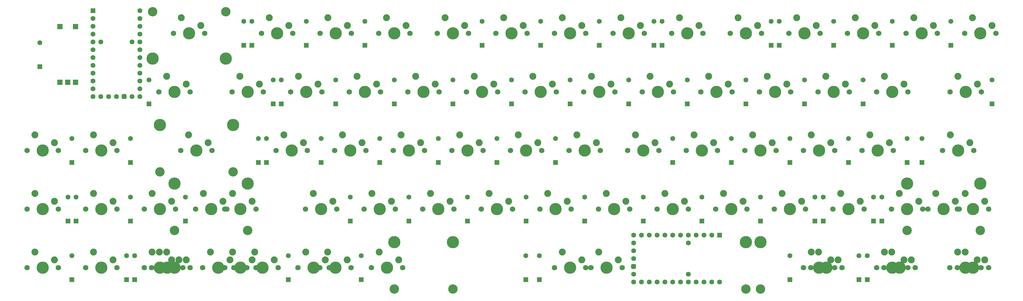
<source format=gbr>
%TF.GenerationSoftware,KiCad,Pcbnew,5.99.0+really5.1.10+dfsg1-1*%
%TF.CreationDate,2021-06-30T17:07:38-04:00*%
%TF.ProjectId,Pikatea Keyboard Teensy2,50696b61-7465-4612-904b-6579626f6172,rev?*%
%TF.SameCoordinates,Original*%
%TF.FileFunction,Soldermask,Top*%
%TF.FilePolarity,Negative*%
%FSLAX46Y46*%
G04 Gerber Fmt 4.6, Leading zero omitted, Abs format (unit mm)*
G04 Created by KiCad (PCBNEW 5.99.0+really5.1.10+dfsg1-1) date 2021-06-30 17:07:38*
%MOMM*%
%LPD*%
G01*
G04 APERTURE LIST*
%ADD10C,2.250000*%
%ADD11C,3.987800*%
%ADD12C,1.750000*%
%ADD13C,3.048000*%
%ADD14C,1.600000*%
%ADD15R,1.600000X1.600000*%
%ADD16R,1.700000X1.700000*%
G04 APERTURE END LIST*
D10*
%TO.C,MX_RSHFT1*%
X18891250Y-125870000D03*
D11*
X21431250Y-130950000D03*
D10*
X25241250Y-128410000D03*
D12*
X26511250Y-130950000D03*
X16351250Y-130950000D03*
D13*
X33337500Y-137935000D03*
X9525000Y-137935000D03*
D11*
X33337500Y-122695000D03*
X9525000Y-122695000D03*
%TD*%
D12*
%TO.C,MX_0*%
X75882500Y-73800000D03*
X86042500Y-73800000D03*
D10*
X84772500Y-71260000D03*
D11*
X80962500Y-73800000D03*
D10*
X78422500Y-68720000D03*
%TD*%
%TO.C,MX_RSHFT2*%
X28416250Y-125870000D03*
D11*
X30956250Y-130950000D03*
D10*
X34766250Y-128410000D03*
D12*
X36036250Y-130950000D03*
X25876250Y-130950000D03*
%TD*%
D10*
%TO.C,MX_ENTER1*%
X14128750Y-106820000D03*
D11*
X16668750Y-111900000D03*
D10*
X20478750Y-109360000D03*
D12*
X21748750Y-111900000D03*
X11588750Y-111900000D03*
D13*
X28575000Y-118885000D03*
X4762500Y-118885000D03*
D11*
X28575000Y-103645000D03*
X4762500Y-103645000D03*
%TD*%
D14*
%TO.C,D70*%
X13081000Y-127037000D03*
D15*
X13081000Y-134837000D03*
%TD*%
D14*
%TO.C,D69*%
X-34226500Y-76872000D03*
D15*
X-34226500Y-84672000D03*
%TD*%
D14*
%TO.C,D68*%
X32004000Y-69887000D03*
D15*
X32004000Y-77687000D03*
%TD*%
D14*
%TO.C,D67*%
X34671000Y-69887000D03*
D15*
X34671000Y-77687000D03*
%TD*%
D14*
%TO.C,D66*%
X52387500Y-69887000D03*
D15*
X52387500Y-77687000D03*
%TD*%
D14*
%TO.C,D65*%
X71437500Y-69887000D03*
D15*
X71437500Y-77687000D03*
%TD*%
D14*
%TO.C,D64*%
X109537500Y-69887000D03*
D15*
X109537500Y-77687000D03*
%TD*%
D14*
%TO.C,D63*%
X128587500Y-69887000D03*
D15*
X128587500Y-77687000D03*
%TD*%
D14*
%TO.C,D62*%
X147637500Y-69887000D03*
D15*
X147637500Y-77687000D03*
%TD*%
D14*
%TO.C,D61*%
X165354000Y-69887000D03*
D15*
X165354000Y-77687000D03*
%TD*%
D14*
%TO.C,D60*%
X168021000Y-69887000D03*
D15*
X168021000Y-77687000D03*
%TD*%
D14*
%TO.C,D59*%
X203454000Y-69887000D03*
D15*
X203454000Y-77687000D03*
%TD*%
D14*
%TO.C,D58*%
X206121000Y-69887000D03*
D15*
X206121000Y-77687000D03*
%TD*%
D14*
%TO.C,D57*%
X223837500Y-69887000D03*
D15*
X223837500Y-77687000D03*
%TD*%
D14*
%TO.C,D56*%
X242887500Y-69887000D03*
D15*
X242887500Y-77687000D03*
%TD*%
D14*
%TO.C,D54*%
X-25146000Y-127037000D03*
D15*
X-25146000Y-134837000D03*
%TD*%
D14*
%TO.C,D53*%
X-23812500Y-107987000D03*
D15*
X-23812500Y-115787000D03*
%TD*%
D14*
%TO.C,D52*%
X-23812500Y-146087000D03*
D15*
X-23812500Y-153887000D03*
%TD*%
D14*
%TO.C,D51*%
X-22479000Y-127037000D03*
D15*
X-22479000Y-134837000D03*
%TD*%
D14*
%TO.C,D50*%
X-4762500Y-107987000D03*
D15*
X-4762500Y-115787000D03*
%TD*%
D14*
%TO.C,D49*%
X-6096000Y-146087000D03*
D15*
X-6096000Y-153887000D03*
%TD*%
D14*
%TO.C,D48*%
X-4762500Y-127037000D03*
D15*
X-4762500Y-134837000D03*
%TD*%
D14*
%TO.C,D47*%
X1206500Y-88937000D03*
D15*
X1206500Y-96737000D03*
%TD*%
D14*
%TO.C,D46*%
X-3429000Y-146087000D03*
D15*
X-3429000Y-153887000D03*
%TD*%
D14*
%TO.C,D45*%
X36766500Y-107987000D03*
D15*
X36766500Y-115787000D03*
%TD*%
D14*
%TO.C,D44*%
X41592500Y-88937000D03*
D15*
X41592500Y-96737000D03*
%TD*%
D14*
%TO.C,D43*%
X46482000Y-146087000D03*
D15*
X46482000Y-153887000D03*
%TD*%
D14*
%TO.C,D42*%
X39433500Y-107987000D03*
D15*
X39433500Y-115787000D03*
%TD*%
D14*
%TO.C,D41*%
X44196000Y-88937000D03*
D15*
X44196000Y-96737000D03*
%TD*%
D14*
%TO.C,D40*%
X70231000Y-146087000D03*
D15*
X70231000Y-153887000D03*
%TD*%
D14*
%TO.C,D39*%
X66675000Y-127037000D03*
D15*
X66675000Y-134837000D03*
%TD*%
D14*
%TO.C,D38*%
X57150000Y-107987000D03*
D15*
X57150000Y-115787000D03*
%TD*%
D14*
%TO.C,D37*%
X61912500Y-88937000D03*
D15*
X61912500Y-96737000D03*
%TD*%
D14*
%TO.C,D36*%
X123761500Y-146087000D03*
D15*
X123761500Y-153887000D03*
%TD*%
D14*
%TO.C,D35*%
X85725000Y-127037000D03*
D15*
X85725000Y-134837000D03*
%TD*%
D14*
%TO.C,D34*%
X76200000Y-107987000D03*
D15*
X76200000Y-115787000D03*
%TD*%
D14*
%TO.C,D33*%
X80962500Y-88937000D03*
D15*
X80962500Y-96737000D03*
%TD*%
D14*
%TO.C,D32*%
X104775000Y-127037000D03*
D15*
X104775000Y-134837000D03*
%TD*%
D14*
%TO.C,D31*%
X95250000Y-107987000D03*
D15*
X95250000Y-115787000D03*
%TD*%
D14*
%TO.C,D30*%
X100012500Y-88937000D03*
D15*
X100012500Y-96737000D03*
%TD*%
D14*
%TO.C,D29*%
X123825000Y-127037000D03*
D15*
X123825000Y-134837000D03*
%TD*%
D14*
%TO.C,D28*%
X114300000Y-107987000D03*
D15*
X114300000Y-115787000D03*
%TD*%
D14*
%TO.C,D27*%
X119062500Y-88937000D03*
D15*
X119062500Y-96737000D03*
%TD*%
D14*
%TO.C,D26*%
X142875000Y-127037000D03*
D15*
X142875000Y-134837000D03*
%TD*%
D14*
%TO.C,D25*%
X133350000Y-107987000D03*
D15*
X133350000Y-115787000D03*
%TD*%
D14*
%TO.C,D24*%
X128143000Y-146087000D03*
D15*
X128143000Y-153887000D03*
%TD*%
D14*
%TO.C,D23*%
X138112500Y-88937000D03*
D15*
X138112500Y-96737000D03*
%TD*%
D14*
%TO.C,D22*%
X161925000Y-127037000D03*
D15*
X161925000Y-134837000D03*
%TD*%
D14*
%TO.C,D21*%
X171450000Y-107987000D03*
D15*
X171450000Y-115787000D03*
%TD*%
D14*
%TO.C,D20*%
X157162500Y-88937000D03*
D15*
X157162500Y-96737000D03*
%TD*%
D14*
%TO.C,D19*%
X180975000Y-127037000D03*
D15*
X180975000Y-134837000D03*
%TD*%
D14*
%TO.C,D18*%
X190500000Y-107987000D03*
D15*
X190500000Y-115787000D03*
%TD*%
D14*
%TO.C,D17*%
X176212500Y-88937000D03*
D15*
X176212500Y-96737000D03*
%TD*%
D14*
%TO.C,D16*%
X200025000Y-127037000D03*
D15*
X200025000Y-134837000D03*
%TD*%
D14*
%TO.C,D15*%
X209550000Y-107987000D03*
D15*
X209550000Y-115787000D03*
%TD*%
D14*
%TO.C,D14*%
X195262500Y-88937000D03*
D15*
X195262500Y-96737000D03*
%TD*%
D14*
%TO.C,D13*%
X217741500Y-127037000D03*
D15*
X217741500Y-134837000D03*
%TD*%
D14*
%TO.C,D12*%
X228600000Y-107987000D03*
D15*
X228600000Y-115787000D03*
%TD*%
D14*
%TO.C,D11*%
X214312500Y-88937000D03*
D15*
X214312500Y-96737000D03*
%TD*%
D14*
%TO.C,D10*%
X220408500Y-127037000D03*
D15*
X220408500Y-134837000D03*
%TD*%
D14*
%TO.C,D9*%
X209550000Y-146087000D03*
D15*
X209550000Y-153887000D03*
%TD*%
D14*
%TO.C,D8*%
X247650000Y-107987000D03*
D15*
X247650000Y-115787000D03*
%TD*%
D14*
%TO.C,D7*%
X233362500Y-88937000D03*
D15*
X233362500Y-96737000D03*
%TD*%
D14*
%TO.C,D6*%
X236791500Y-127037000D03*
D15*
X236791500Y-134837000D03*
%TD*%
D14*
%TO.C,D5*%
X232029000Y-146087000D03*
D15*
X232029000Y-153887000D03*
%TD*%
D14*
%TO.C,D4*%
X239458500Y-127037000D03*
D15*
X239458500Y-134837000D03*
%TD*%
D14*
%TO.C,D3*%
X252476000Y-107987000D03*
D15*
X252476000Y-115787000D03*
%TD*%
D14*
%TO.C,D2*%
X275272500Y-88937000D03*
D15*
X275272500Y-96737000D03*
%TD*%
D14*
%TO.C,D1*%
X234696000Y-146087000D03*
D15*
X234696000Y-153887000D03*
%TD*%
D14*
%TO.C,D55*%
X261937500Y-69887000D03*
D15*
X261937500Y-77687000D03*
%TD*%
D10*
%TO.C,MX_LSHFT2*%
X266522500Y-125870000D03*
D11*
X269062500Y-130950000D03*
D10*
X272872500Y-128410000D03*
D12*
X274142500Y-130950000D03*
X263982500Y-130950000D03*
%TD*%
D10*
%TO.C,MX_LSHFT1*%
X257016250Y-125870000D03*
D11*
X259556250Y-130950000D03*
D10*
X263366250Y-128410000D03*
D12*
X264636250Y-130950000D03*
X254476250Y-130950000D03*
D13*
X271462500Y-137935000D03*
X247650000Y-137935000D03*
D11*
X271462500Y-122695000D03*
X247650000Y-122695000D03*
%TD*%
D10*
%TO.C,MX_LCTRL2*%
X264141250Y-144920000D03*
D11*
X266681250Y-150000000D03*
D10*
X270491250Y-147460000D03*
D12*
X271761250Y-150000000D03*
X261601250Y-150000000D03*
%TD*%
D10*
%TO.C,MX_LCTRL1*%
X266522500Y-144920000D03*
D11*
X269062500Y-150000000D03*
D10*
X272872500Y-147460000D03*
D12*
X274142500Y-150000000D03*
X263982500Y-150000000D03*
%TD*%
D10*
%TO.C,MX_LALT2*%
X216516250Y-144920000D03*
D11*
X219056250Y-150000000D03*
D10*
X222866250Y-147460000D03*
D12*
X224136250Y-150000000D03*
X213976250Y-150000000D03*
%TD*%
D10*
%TO.C,MX_LALT1*%
X218897500Y-144920000D03*
D11*
X221437500Y-150000000D03*
D10*
X225247500Y-147460000D03*
D12*
X226517500Y-150000000D03*
X216357500Y-150000000D03*
%TD*%
D10*
%TO.C,MX_SPACE2*%
X135553750Y-144920000D03*
D11*
X138093750Y-150000000D03*
D10*
X141903750Y-147460000D03*
D12*
X143173750Y-150000000D03*
X133013750Y-150000000D03*
D13*
X195243750Y-156985000D03*
X80943750Y-156985000D03*
D11*
X195243750Y-141745000D03*
X80943750Y-141745000D03*
%TD*%
D10*
%TO.C,MX_SPACE1*%
X147460000Y-144920000D03*
D11*
X150000000Y-150000000D03*
D10*
X153810000Y-147460000D03*
D12*
X155080000Y-150000000D03*
X144920000Y-150000000D03*
D13*
X199999900Y-156985000D03*
X100000100Y-156985000D03*
D11*
X199999900Y-141745000D03*
X100000100Y-141745000D03*
%TD*%
D10*
%TO.C,MX_BSPC1*%
X11747500Y-68720000D03*
D11*
X14287500Y-73800000D03*
D10*
X18097500Y-71260000D03*
D12*
X19367500Y-73800000D03*
X9207500Y-73800000D03*
D13*
X26193750Y-66815000D03*
X2381250Y-66815000D03*
D11*
X26193750Y-82055000D03*
X2381250Y-82055000D03*
%TD*%
D10*
%TO.C,MX_BSLSH1*%
X6985000Y-87770000D03*
D11*
X9525000Y-92850000D03*
D10*
X13335000Y-90310000D03*
D12*
X14605000Y-92850000D03*
X4445000Y-92850000D03*
%TD*%
D10*
%TO.C,MX_TAB1*%
X264160000Y-87770000D03*
D11*
X266700000Y-92850000D03*
D10*
X270510000Y-90310000D03*
D12*
X271780000Y-92850000D03*
X261620000Y-92850000D03*
%TD*%
D10*
%TO.C,MX_CAPS1*%
X261778750Y-106820000D03*
D11*
X264318750Y-111900000D03*
D10*
X268128750Y-109360000D03*
D12*
X269398750Y-111900000D03*
X259238750Y-111900000D03*
%TD*%
D10*
%TO.C,MX_RALT1*%
X76022500Y-144920000D03*
D11*
X78562500Y-150000000D03*
D10*
X82372500Y-147460000D03*
D12*
X83642500Y-150000000D03*
X73482500Y-150000000D03*
%TD*%
D10*
%TO.C,MX_RMENU2*%
X35560000Y-144920000D03*
D11*
X38100000Y-150000000D03*
D10*
X41910000Y-147460000D03*
D12*
X43180000Y-150000000D03*
X33020000Y-150000000D03*
%TD*%
D10*
%TO.C,MX_RMENU1*%
X28416250Y-144920000D03*
D11*
X30956250Y-150000000D03*
D10*
X34766250Y-147460000D03*
D12*
X36036250Y-150000000D03*
X25876250Y-150000000D03*
%TD*%
D10*
%TO.C,MX_RCTRL2*%
X6981250Y-144920000D03*
D11*
X9521250Y-150000000D03*
D10*
X13331250Y-147460000D03*
D12*
X14601250Y-150000000D03*
X4441250Y-150000000D03*
%TD*%
D10*
%TO.C,MX_RCTRL1*%
X4600000Y-144920000D03*
D11*
X7140000Y-150000000D03*
D10*
X10950000Y-147460000D03*
D12*
X12220000Y-150000000D03*
X2060000Y-150000000D03*
%TD*%
D10*
%TO.C,MX_RMENU3*%
X21240000Y-144920000D03*
D11*
X23780000Y-150000000D03*
D10*
X27590000Y-147460000D03*
D12*
X28860000Y-150000000D03*
X18700000Y-150000000D03*
%TD*%
D10*
%TO.C,MX_Q1*%
X240347500Y-87770000D03*
D11*
X242887500Y-92850000D03*
D10*
X246697500Y-90310000D03*
D12*
X247967500Y-92850000D03*
X237807500Y-92850000D03*
%TD*%
D10*
%TO.C,MX_LMENU2*%
X240328750Y-144920000D03*
D11*
X242868750Y-150000000D03*
D10*
X246678750Y-147460000D03*
D12*
X247948750Y-150000000D03*
X237788750Y-150000000D03*
%TD*%
D10*
%TO.C,MX_LMENU1*%
X242710000Y-144920000D03*
D11*
X245250000Y-150000000D03*
D10*
X249060000Y-147460000D03*
D12*
X250330000Y-150000000D03*
X240170000Y-150000000D03*
%TD*%
D10*
%TO.C,MX_EXTRA1*%
X245110000Y-125870000D03*
D11*
X247650000Y-130950000D03*
D10*
X251460000Y-128410000D03*
D12*
X252730000Y-130950000D03*
X242570000Y-130950000D03*
%TD*%
D10*
%TO.C,MX_A1*%
X235585000Y-106820000D03*
D11*
X238125000Y-111900000D03*
D10*
X241935000Y-109360000D03*
D12*
X243205000Y-111900000D03*
X233045000Y-111900000D03*
%TD*%
D10*
%TO.C,MX_RWIN2*%
X59320000Y-144920000D03*
D11*
X61860000Y-150000000D03*
D10*
X65670000Y-147460000D03*
D12*
X66940000Y-150000000D03*
X56780000Y-150000000D03*
%TD*%
D10*
%TO.C,MX_RWIN1*%
X52210000Y-144920000D03*
D11*
X54750000Y-150000000D03*
D10*
X58560000Y-147460000D03*
D12*
X59830000Y-150000000D03*
X49670000Y-150000000D03*
%TD*%
D10*
%TO.C,MX_Z1*%
X226060000Y-125870000D03*
D11*
X228600000Y-130950000D03*
D10*
X232410000Y-128410000D03*
D12*
X233680000Y-130950000D03*
X223520000Y-130950000D03*
%TD*%
D10*
%TO.C,MX_Y1*%
X145097500Y-87770000D03*
D11*
X147637500Y-92850000D03*
D10*
X151447500Y-90310000D03*
D12*
X152717500Y-92850000D03*
X142557500Y-92850000D03*
%TD*%
D10*
%TO.C,MX_X1*%
X207010000Y-125870000D03*
D11*
X209550000Y-130950000D03*
D10*
X213360000Y-128410000D03*
D12*
X214630000Y-130950000D03*
X204470000Y-130950000D03*
%TD*%
D10*
%TO.C,MX_W1*%
X221297500Y-87770000D03*
D11*
X223837500Y-92850000D03*
D10*
X227647500Y-90310000D03*
D12*
X228917500Y-92850000D03*
X218757500Y-92850000D03*
%TD*%
D10*
%TO.C,MX_V1*%
X168910000Y-125870000D03*
D11*
X171450000Y-130950000D03*
D10*
X175260000Y-128410000D03*
D12*
X176530000Y-130950000D03*
X166370000Y-130950000D03*
%TD*%
D10*
%TO.C,MX_UP2*%
X2222500Y-125870000D03*
D11*
X4762500Y-130950000D03*
D10*
X8572500Y-128410000D03*
D12*
X9842500Y-130950000D03*
X-317500Y-130950000D03*
%TD*%
D10*
%TO.C,MX_UP1*%
X-16827500Y-125870000D03*
D11*
X-14287500Y-130950000D03*
D10*
X-10477500Y-128410000D03*
D12*
X-9207500Y-130950000D03*
X-19367500Y-130950000D03*
%TD*%
D10*
%TO.C,MX_U1*%
X126047500Y-87770000D03*
D11*
X128587500Y-92850000D03*
D10*
X132397500Y-90310000D03*
D12*
X133667500Y-92850000D03*
X123507500Y-92850000D03*
%TD*%
D10*
%TO.C,MX_T1*%
X164147500Y-87770000D03*
D11*
X166687500Y-92850000D03*
D10*
X170497500Y-90310000D03*
D12*
X171767500Y-92850000D03*
X161607500Y-92850000D03*
%TD*%
D10*
%TO.C,MX_SEMI1*%
X64135000Y-106820000D03*
D11*
X66675000Y-111900000D03*
D10*
X70485000Y-109360000D03*
D12*
X71755000Y-111900000D03*
X61595000Y-111900000D03*
%TD*%
D10*
%TO.C,MX_S1*%
X216535000Y-106820000D03*
D11*
X219075000Y-111900000D03*
D10*
X222885000Y-109360000D03*
D12*
X224155000Y-111900000D03*
X213995000Y-111900000D03*
%TD*%
D10*
%TO.C,MX_RIGHT1*%
X-35877500Y-144920000D03*
D11*
X-33337500Y-150000000D03*
D10*
X-29527500Y-147460000D03*
D12*
X-28257500Y-150000000D03*
X-38417500Y-150000000D03*
%TD*%
D10*
%TO.C,MX_RCTRL3*%
X2218750Y-144920000D03*
D11*
X4758750Y-150000000D03*
D10*
X8568750Y-147460000D03*
D12*
X9838750Y-150000000D03*
X-321250Y-150000000D03*
%TD*%
D10*
%TO.C,MX_R1*%
X183197500Y-87770000D03*
D11*
X185737500Y-92850000D03*
D10*
X189547500Y-90310000D03*
D12*
X190817500Y-92850000D03*
X180657500Y-92850000D03*
%TD*%
D10*
%TO.C,MX_QUOTE1*%
X45085000Y-106820000D03*
D11*
X47625000Y-111900000D03*
D10*
X51435000Y-109360000D03*
D12*
X52705000Y-111900000D03*
X42545000Y-111900000D03*
%TD*%
D10*
%TO.C,MX_PLUS1*%
X40322500Y-68720000D03*
D11*
X42862500Y-73800000D03*
D10*
X46672500Y-71260000D03*
D12*
X47942500Y-73800000D03*
X37782500Y-73800000D03*
%TD*%
D10*
%TO.C,MX_P1*%
X68897500Y-87770000D03*
D11*
X71437500Y-92850000D03*
D10*
X75247500Y-90310000D03*
D12*
X76517500Y-92850000D03*
X66357500Y-92850000D03*
%TD*%
D10*
%TO.C,MX_OPBRK1*%
X49847500Y-87770000D03*
D11*
X52387500Y-92850000D03*
D10*
X56197500Y-90310000D03*
D12*
X57467500Y-92850000D03*
X47307500Y-92850000D03*
%TD*%
D10*
%TO.C,MX_O1*%
X87947500Y-87770000D03*
D11*
X90487500Y-92850000D03*
D10*
X94297500Y-90310000D03*
D12*
X95567500Y-92850000D03*
X85407500Y-92850000D03*
%TD*%
D10*
%TO.C,MX_N1*%
X130810000Y-125870000D03*
D11*
X133350000Y-130950000D03*
D10*
X137160000Y-128410000D03*
D12*
X138430000Y-130950000D03*
X128270000Y-130950000D03*
%TD*%
D10*
%TO.C,MX_MINUS1*%
X59372500Y-68720000D03*
D11*
X61912500Y-73800000D03*
D10*
X65722500Y-71260000D03*
D12*
X66992500Y-73800000D03*
X56832500Y-73800000D03*
%TD*%
D10*
%TO.C,MX_MACRO3*%
X-35877500Y-125870000D03*
D11*
X-33337500Y-130950000D03*
D10*
X-29527500Y-128410000D03*
D12*
X-28257500Y-130950000D03*
X-38417500Y-130950000D03*
%TD*%
D10*
%TO.C,MX_MACRO2*%
X-35877500Y-106820000D03*
D11*
X-33337500Y-111900000D03*
D10*
X-29527500Y-109360000D03*
D12*
X-28257500Y-111900000D03*
X-38417500Y-111900000D03*
%TD*%
D10*
%TO.C,MX_MACRO1*%
X-16827500Y-106820000D03*
D11*
X-14287500Y-111900000D03*
D10*
X-10477500Y-109360000D03*
D12*
X-9207500Y-111900000D03*
X-19367500Y-111900000D03*
%TD*%
D10*
%TO.C,MX_M1*%
X111760000Y-125870000D03*
D11*
X114300000Y-130950000D03*
D10*
X118110000Y-128410000D03*
D12*
X119380000Y-130950000D03*
X109220000Y-130950000D03*
%TD*%
D10*
%TO.C,MX_L1*%
X83185000Y-106820000D03*
D11*
X85725000Y-111900000D03*
D10*
X89535000Y-109360000D03*
D12*
X90805000Y-111900000D03*
X80645000Y-111900000D03*
%TD*%
D10*
%TO.C,MX_K1*%
X102235000Y-106820000D03*
D11*
X104775000Y-111900000D03*
D10*
X108585000Y-109360000D03*
D12*
X109855000Y-111900000D03*
X99695000Y-111900000D03*
%TD*%
D10*
%TO.C,MX_J1*%
X121285000Y-106820000D03*
D11*
X123825000Y-111900000D03*
D10*
X127635000Y-109360000D03*
D12*
X128905000Y-111900000D03*
X118745000Y-111900000D03*
%TD*%
D10*
%TO.C,MX_I1*%
X106997500Y-87770000D03*
D11*
X109537500Y-92850000D03*
D10*
X113347500Y-90310000D03*
D12*
X114617500Y-92850000D03*
X104457500Y-92850000D03*
%TD*%
D10*
%TO.C,MX_H1*%
X140335000Y-106820000D03*
D11*
X142875000Y-111900000D03*
D10*
X146685000Y-109360000D03*
D12*
X147955000Y-111900000D03*
X137795000Y-111900000D03*
%TD*%
D10*
%TO.C,MX_G1*%
X159385000Y-106820000D03*
D11*
X161925000Y-111900000D03*
D10*
X165735000Y-109360000D03*
D12*
X167005000Y-111900000D03*
X156845000Y-111900000D03*
%TD*%
D10*
%TO.C,MX_FSLSH1*%
X54610000Y-125870000D03*
D11*
X57150000Y-130950000D03*
D10*
X60960000Y-128410000D03*
D12*
X62230000Y-130950000D03*
X52070000Y-130950000D03*
%TD*%
D10*
%TO.C,MX_F1*%
X178435000Y-106820000D03*
D11*
X180975000Y-111900000D03*
D10*
X184785000Y-109360000D03*
D12*
X186055000Y-111900000D03*
X175895000Y-111900000D03*
%TD*%
D10*
%TO.C,MX_E1*%
X202247500Y-87770000D03*
D11*
X204787500Y-92850000D03*
D10*
X208597500Y-90310000D03*
D12*
X209867500Y-92850000D03*
X199707500Y-92850000D03*
%TD*%
D10*
%TO.C,MX_DOWN1*%
X-16827500Y-144920000D03*
D11*
X-14287500Y-150000000D03*
D10*
X-10477500Y-147460000D03*
D12*
X-9207500Y-150000000D03*
X-19367500Y-150000000D03*
%TD*%
D10*
%TO.C,MX_D1*%
X197485000Y-106820000D03*
D11*
X200025000Y-111900000D03*
D10*
X203835000Y-109360000D03*
D12*
X205105000Y-111900000D03*
X194945000Y-111900000D03*
%TD*%
D10*
%TO.C,MX_CLBRK1*%
X30797500Y-87770000D03*
D11*
X33337500Y-92850000D03*
D10*
X37147500Y-90310000D03*
D12*
X38417500Y-92850000D03*
X28257500Y-92850000D03*
%TD*%
D10*
%TO.C,MX_C1*%
X187960000Y-125870000D03*
D11*
X190500000Y-130950000D03*
D10*
X194310000Y-128410000D03*
D12*
X195580000Y-130950000D03*
X185420000Y-130950000D03*
%TD*%
D10*
%TO.C,MX_B1*%
X149860000Y-125870000D03*
D11*
X152400000Y-130950000D03*
D10*
X156210000Y-128410000D03*
D12*
X157480000Y-130950000D03*
X147320000Y-130950000D03*
%TD*%
D10*
%TO.C,MX_>1*%
X73660000Y-125870000D03*
D11*
X76200000Y-130950000D03*
D10*
X80010000Y-128410000D03*
D12*
X81280000Y-130950000D03*
X71120000Y-130950000D03*
%TD*%
D10*
%TO.C,MX_<1*%
X92710000Y-125870000D03*
D11*
X95250000Y-130950000D03*
D10*
X99060000Y-128410000D03*
D12*
X100330000Y-130950000D03*
X90170000Y-130950000D03*
%TD*%
D10*
%TO.C,MX_9*%
X97472500Y-68720000D03*
D11*
X100012500Y-73800000D03*
D10*
X103822500Y-71260000D03*
D12*
X105092500Y-73800000D03*
X94932500Y-73800000D03*
%TD*%
D10*
%TO.C,MX_8*%
X116522500Y-68720000D03*
D11*
X119062500Y-73800000D03*
D10*
X122872500Y-71260000D03*
D12*
X124142500Y-73800000D03*
X113982500Y-73800000D03*
%TD*%
D10*
%TO.C,MX_7*%
X135572500Y-68720000D03*
D11*
X138112500Y-73800000D03*
D10*
X141922500Y-71260000D03*
D12*
X143192500Y-73800000D03*
X133032500Y-73800000D03*
%TD*%
D10*
%TO.C,MX_6*%
X154622500Y-68720000D03*
D11*
X157162500Y-73800000D03*
D10*
X160972500Y-71260000D03*
D12*
X162242500Y-73800000D03*
X152082500Y-73800000D03*
%TD*%
D10*
%TO.C,MX_5*%
X173672500Y-68720000D03*
D11*
X176212500Y-73800000D03*
D10*
X180022500Y-71260000D03*
D12*
X181292500Y-73800000D03*
X171132500Y-73800000D03*
%TD*%
D10*
%TO.C,MX_4*%
X192722500Y-68720000D03*
D11*
X195262500Y-73800000D03*
D10*
X199072500Y-71260000D03*
D12*
X200342500Y-73800000D03*
X190182500Y-73800000D03*
%TD*%
D10*
%TO.C,MX_3*%
X211772500Y-68720000D03*
D11*
X214312500Y-73800000D03*
D10*
X218122500Y-71260000D03*
D12*
X219392500Y-73800000D03*
X209232500Y-73800000D03*
%TD*%
D10*
%TO.C,MX_2*%
X230822500Y-68720000D03*
D11*
X233362500Y-73800000D03*
D10*
X237172500Y-71260000D03*
D12*
X238442500Y-73800000D03*
X228282500Y-73800000D03*
%TD*%
D10*
%TO.C,MX_1*%
X249872500Y-68720000D03*
D11*
X252412500Y-73800000D03*
D10*
X256222500Y-71260000D03*
D12*
X257492500Y-73800000D03*
X247332500Y-73800000D03*
%TD*%
D10*
%TO.C,MX_ESC1*%
X268922500Y-68720000D03*
D11*
X271462500Y-73800000D03*
D10*
X275272500Y-71260000D03*
D12*
X276542500Y-73800000D03*
X266382500Y-73800000D03*
%TD*%
D14*
%TO.C,U1*%
X-4318000Y-76581000D03*
X-14478000Y-76581000D03*
X-1778000Y-66421000D03*
X-1778000Y-68961000D03*
X-1778000Y-71501000D03*
X-1778000Y-74041000D03*
X-1778000Y-76581000D03*
X-1778000Y-79121000D03*
X-1778000Y-81661000D03*
X-1778000Y-84201000D03*
X-1778000Y-86741000D03*
X-1778000Y-89281000D03*
X-1778000Y-91821000D03*
X-1778000Y-94361000D03*
X-4318000Y-94361000D03*
G36*
G01*
X-7258000Y-93561000D02*
X-6458000Y-93561000D01*
G75*
G02*
X-6058000Y-93961000I0J-400000D01*
G01*
X-6058000Y-94761000D01*
G75*
G02*
X-6458000Y-95161000I-400000J0D01*
G01*
X-7258000Y-95161000D01*
G75*
G02*
X-7658000Y-94761000I0J400000D01*
G01*
X-7658000Y-93961000D01*
G75*
G02*
X-7258000Y-93561000I400000J0D01*
G01*
G37*
X-11938000Y-94361000D03*
X-14478000Y-94361000D03*
X-17018000Y-94361000D03*
X-17018000Y-91821000D03*
X-17018000Y-89281000D03*
X-17018000Y-86741000D03*
X-17018000Y-84201000D03*
X-17018000Y-81661000D03*
X-17018000Y-79121000D03*
X-17018000Y-76581000D03*
X-17018000Y-74041000D03*
X-17018000Y-71501000D03*
X-17018000Y-68961000D03*
D15*
X-17018000Y-66421000D03*
D14*
X-9398000Y-94361000D03*
%TD*%
%TO.C,U2*%
X176530000Y-152146000D03*
X176530000Y-141986000D03*
X186690000Y-154686000D03*
X184150000Y-154686000D03*
X181610000Y-154686000D03*
X179070000Y-154686000D03*
X176530000Y-154686000D03*
X173990000Y-154686000D03*
X171450000Y-154686000D03*
X168910000Y-154686000D03*
X166370000Y-154686000D03*
X163830000Y-154686000D03*
X161290000Y-154686000D03*
X158750000Y-154686000D03*
X158750000Y-152146000D03*
G36*
G01*
X159550000Y-149206000D02*
X159550000Y-150006000D01*
G75*
G02*
X159150000Y-150406000I-400000J0D01*
G01*
X158350000Y-150406000D01*
G75*
G02*
X157950000Y-150006000I0J400000D01*
G01*
X157950000Y-149206000D01*
G75*
G02*
X158350000Y-148806000I400000J0D01*
G01*
X159150000Y-148806000D01*
G75*
G02*
X159550000Y-149206000I0J-400000D01*
G01*
G37*
X158750000Y-144526000D03*
X158750000Y-141986000D03*
X158750000Y-139446000D03*
X161290000Y-139446000D03*
X163830000Y-139446000D03*
X166370000Y-139446000D03*
X168910000Y-139446000D03*
X171450000Y-139446000D03*
X173990000Y-139446000D03*
X176530000Y-139446000D03*
X179070000Y-139446000D03*
X181610000Y-139446000D03*
X184150000Y-139446000D03*
D15*
X186690000Y-139446000D03*
D14*
X158750000Y-147066000D03*
%TD*%
D16*
%TO.C,SW2*%
X-27754580Y-71635640D03*
X-22674580Y-71635640D03*
X-25214580Y-89735640D03*
X-27754580Y-89735640D03*
X-22674580Y-89735640D03*
%TD*%
M02*

</source>
